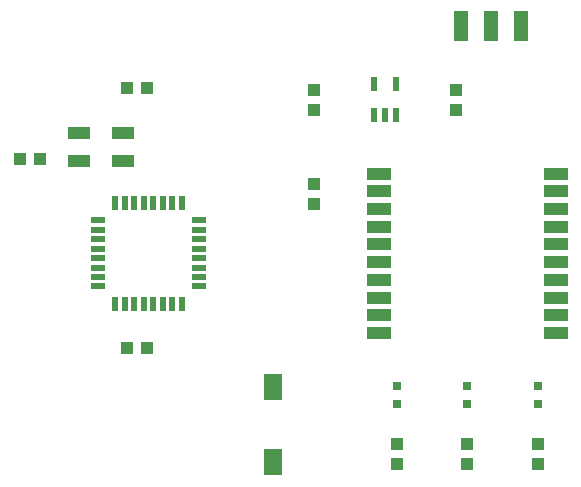
<source format=gtp>
G75*
%MOIN*%
%OFA0B0*%
%FSLAX25Y25*%
%IPPOS*%
%LPD*%
%AMOC8*
5,1,8,0,0,1.08239X$1,22.5*
%
%ADD10R,0.04331X0.03937*%
%ADD11R,0.03937X0.04331*%
%ADD12R,0.03150X0.03150*%
%ADD13R,0.04724X0.09843*%
%ADD14R,0.06299X0.09055*%
%ADD15R,0.02200X0.05000*%
%ADD16R,0.05000X0.02200*%
%ADD17R,0.07874X0.03937*%
%ADD18R,0.02165X0.04724*%
%ADD19R,0.07480X0.04331*%
D10*
X0092142Y0052181D03*
X0098835Y0052181D03*
X0182102Y0020094D03*
X0182102Y0013402D03*
X0205724Y0013402D03*
X0205724Y0020094D03*
X0229346Y0020094D03*
X0229346Y0013402D03*
X0063402Y0115173D03*
X0056709Y0115173D03*
X0092142Y0138795D03*
X0098835Y0138795D03*
D11*
X0154543Y0138205D03*
X0154543Y0131512D03*
X0154543Y0106709D03*
X0154543Y0100016D03*
X0201787Y0131512D03*
X0201787Y0138205D03*
D12*
X0205724Y0039386D03*
X0205724Y0033480D03*
X0182102Y0033480D03*
X0182102Y0039386D03*
X0229346Y0039386D03*
X0229346Y0033480D03*
D13*
X0223441Y0159465D03*
X0213598Y0159465D03*
X0203756Y0159465D03*
D14*
X0140764Y0038992D03*
X0140764Y0014189D03*
D15*
X0110449Y0066777D03*
X0107299Y0066777D03*
X0104150Y0066777D03*
X0101000Y0066777D03*
X0097850Y0066777D03*
X0094701Y0066777D03*
X0091551Y0066777D03*
X0088402Y0066777D03*
X0088402Y0100577D03*
X0091551Y0100577D03*
X0094701Y0100577D03*
X0097850Y0100577D03*
X0101000Y0100577D03*
X0104150Y0100577D03*
X0107299Y0100577D03*
X0110449Y0100577D03*
D16*
X0116325Y0094701D03*
X0116325Y0091551D03*
X0116325Y0088402D03*
X0116325Y0085252D03*
X0116325Y0082102D03*
X0116325Y0078953D03*
X0116325Y0075803D03*
X0116325Y0072654D03*
X0082525Y0072654D03*
X0082525Y0075803D03*
X0082525Y0078953D03*
X0082525Y0082102D03*
X0082525Y0085252D03*
X0082525Y0088402D03*
X0082525Y0091551D03*
X0082525Y0094701D03*
D17*
X0176197Y0092535D03*
X0176197Y0086630D03*
X0176197Y0080724D03*
X0176197Y0074819D03*
X0176197Y0068913D03*
X0176197Y0063008D03*
X0176197Y0057102D03*
X0176197Y0098441D03*
X0176197Y0104346D03*
X0176197Y0110252D03*
X0235252Y0110252D03*
X0235252Y0104346D03*
X0235252Y0098441D03*
X0235252Y0092535D03*
X0235252Y0086630D03*
X0235252Y0080724D03*
X0235252Y0074819D03*
X0235252Y0068913D03*
X0235252Y0063008D03*
X0235252Y0057102D03*
D18*
X0181906Y0129740D03*
X0178165Y0129740D03*
X0174425Y0129740D03*
X0174425Y0139977D03*
X0181906Y0139977D03*
D19*
X0090961Y0123638D03*
X0090961Y0114583D03*
X0076394Y0114583D03*
X0076394Y0123638D03*
M02*

</source>
